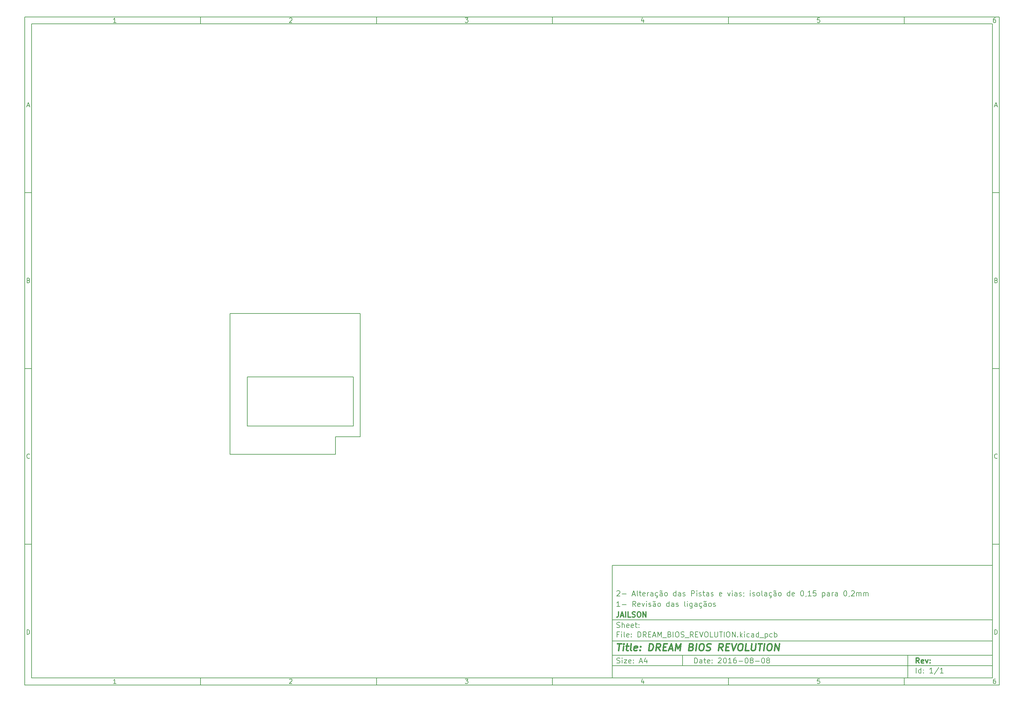
<source format=gbr>
G04 Output by CAMMaster V11.2.74  PentaLogix*
G04 Tue Aug 09 11:47:32 2016*
%FSLAX25Y25*%
%MOIN*%
%IPPOS*%
%ADD11C,0.005906*%
%ADD12C,0.011811*%
%ADD13C,0.015748*%
%ADD106C,0.007874*%

%LPD*%
X0Y0D2*D11*G1X288500Y-497500D2*X407000D1*Y-442500*X288500*Y-497500*X1027568Y-753965D2*Y-779556D1*X775599Y-753965D2*Y-765776D1*X983136Y-687739D2*Y-684646D1*X982855Y-684083*X982292Y-683802*X981448*X980886Y-684083*X980605Y-684646*Y-687739D2*Y-684646D1*X980324Y-684083*X979761Y-683802*X978918*X978355Y-684083*X978074Y-684365*Y-687739D2*Y-683802D1*X975262Y-687739D2*Y-684646D1*X974981Y-684083*X974418Y-683802*X973574*X973012Y-684083*X972731Y-684646*Y-687739D2*Y-684646D1*X972450Y-684083*X971887Y-683802*X971044*X970481Y-684083*X970200Y-684365*Y-687739D2*Y-683802D1*X967669Y-687739D2*X964013D1*X967388Y-684365*X967669Y-683521*Y-682959*X967388Y-682396*X967107Y-682115*X966544Y-681834*X965138*X964576Y-682115*X964294Y-682396*X961482Y-688583D2*X961763Y-688302D1*X962045Y-687739*Y-687458*X957264Y-681834D2*X956702Y-682115D1*X956420Y-682396*X956139Y-682959*X955858Y-684083*Y-685490*X956139Y-686614*X956420Y-687177*X956702Y-687458*X957264Y-687739*X957826*X958389Y-687458*X958670Y-687177*X958951Y-686614*X959233Y-685490*Y-684083*X958951Y-682959*X958670Y-682396*X958389Y-682115*X957826Y-681834*X957264*X948828Y-685208D2*X948265Y-685490D1*X946859*X946297Y-685771*X946015Y-686333*Y-686896*X946297Y-687458*X946859Y-687739*X948265*X948828Y-687458*X946297Y-684083D2*X946859Y-683802D1*X947984*X948546Y-684083*X948828Y-684646*Y-687739*X944328Y-683802D2*X943766D1*X943203Y-684083*X942922Y-684365*X942641Y-684927*Y-687739D2*Y-683802D1*X939829Y-685208D2*X939266Y-685490D1*X937860*X937298Y-685771*X937017Y-686333*Y-686896*X937298Y-687458*X937860Y-687739*X939266*X939829Y-687458*X937298Y-684083D2*X937860Y-683802D1*X938985*X939547Y-684083*X939829Y-684646*Y-687739*X931955Y-687458D2*X932517Y-687739D1*X933642*X934204Y-687458*X934486Y-687177*X934767Y-686614*Y-684927*X934486Y-684365*X934204Y-684083*X933642Y-683802*X932517*X931955Y-684083*Y-683802D2*Y-689708D1*X921550Y-687177D2*X921831Y-687458D1*X922393Y-687739*X923799*X924362Y-687458*X924643Y-687177*X924924Y-686614*Y-685208*X924643Y-684646*X924362Y-684365*X923799Y-684083*X922393*X921831Y-684365*X921550Y-684646*X921831Y-681834*X924643*X915925Y-683521D2*X916488Y-683240D1*X917050Y-682677*X917613Y-681834*Y-687739*X919300D2*X915925D1*X913113Y-688583D2*X913394Y-688302D1*X913676Y-687739*Y-687458*X908895Y-681834D2*X908333Y-682115D1*X908051Y-682396*X907770Y-682959*X907489Y-684083*Y-685490*X907770Y-686614*X908051Y-687177*X908333Y-687458*X908895Y-687739*X909457*X910020Y-687458*X910301Y-687177*X910582Y-686614*X910864Y-685490*Y-684083*X910582Y-682959*X910301Y-682396*X910020Y-682115*X909457Y-681834*X908895*X897928Y-685771D2*X900740Y-685208D1*Y-684646*X900459Y-684083*X899896Y-683802*X898771*X898209Y-684083*X897928Y-684646*Y-686896*X898209Y-687458*X898771Y-687739*X899896*X900459Y-687458*X895397Y-684083D2*X894834Y-683802D1*X893709*X893147Y-684083*X892866Y-684365*X892585Y-684927*Y-686614*X892866Y-687177*X893147Y-687458*X893709Y-687739*X894834*X895397Y-687458*Y-687739D2*Y-681834D1*X883867Y-687739D2*X884711D1*X885273Y-687458*X885554Y-687177*X885835Y-686614*Y-684927*X885554Y-684365*X885273Y-684083*X884711Y-683802*X883867*X883304Y-684083*X883023Y-684365*X882742Y-684927*Y-686614*X883023Y-687177*X883304Y-687458*X883867Y-687739*X880211Y-681834D2*X879930Y-682115D1*X879367Y-682396*X878243Y-681834*X877680Y-682115*X877399Y-682396*X880211Y-685208D2*X879649Y-685490D1*X878243*X877680Y-685771*X877399Y-686333*Y-686896*X877680Y-687458*X878243Y-687739*X879649*X880211Y-687458*X877680Y-684083D2*X878243Y-683802D1*X879367*X879930Y-684083*X880211Y-684646*Y-687739*X873181Y-689708D2*X874024D1*X874587Y-689427*X874868Y-688864*X874587Y-688302*X874024Y-688020*X875149Y-684083D2*X874587Y-683802D1*X873462*X872900Y-684083*X872618Y-684365*X872337Y-684927*Y-686614*X872618Y-687177*X872900Y-687458*X873462Y-687739*X874587*X875149Y-687458*X869806Y-685208D2*X869244Y-685490D1*X867838*X867275Y-685771*X866994Y-686333*Y-686896*X867275Y-687458*X867838Y-687739*X869244*X869806Y-687458*X867275Y-684083D2*X867838Y-683802D1*X868963*X869525Y-684083*X869806Y-684646*Y-687739*X864182Y-681834D2*Y-686896D1*X864463Y-687458*X865026Y-687739*X859682D2*X860526D1*X861089Y-687458*X861370Y-687177*X861651Y-686614*Y-684927*X861370Y-684365*X861089Y-684083*X860526Y-683802*X859682*X859120Y-684083*X858839Y-684365*X858558Y-684927*Y-686614*X858839Y-687177*X859120Y-687458*X859682Y-687739*X856027Y-684083D2*X855464Y-683802D1*X854621*X854058Y-684083*X853777Y-684646*Y-684927*X854058Y-685490*X854621Y-685771*X855464*X856027Y-686052*X856308Y-686614*Y-686896*X856027Y-687458*X855464Y-687739*X854339*X853777Y-687458*X851246Y-682396D2*Y-681834D1*X851527Y-682115*X851246Y-682396*X850965Y-682115*X851246Y-681834*Y-687739D2*Y-683802D1*X843934Y-684646D2*Y-684083D1*X843653Y-684365*X843934Y-684646*X844216Y-684365*X843934Y-684083*X843653Y-688583D2*X843934Y-688302D1*X844216Y-687739*Y-687458*X841122Y-684083D2*X840560Y-683802D1*X839716*X839154Y-684083*X838873Y-684646*Y-684927*X839154Y-685490*X839716Y-685771*X840560*X841122Y-686052*X841403Y-686614*Y-686896*X841122Y-687458*X840560Y-687739*X839435*X838873Y-687458*X836342Y-685208D2*X835779Y-685490D1*X834373*X833811Y-685771*X833529Y-686333*Y-686896*X833811Y-687458*X834373Y-687739*X835779*X836342Y-687458*X833811Y-684083D2*X834373Y-683802D1*X835498*X836060Y-684083*X836342Y-684646*Y-687739*X830999Y-682396D2*Y-681834D1*X831280Y-682115*X830999Y-682396*X830717Y-682115*X830999Y-681834*Y-687739D2*Y-683802D1*X828749D2*X827343Y-687739D1*X825937Y-683802*X816657Y-685771D2*X819469Y-685208D1*Y-684646*X819188Y-684083*X818625Y-683802*X817500*X816938Y-684083*X816657Y-684646*Y-686896*X816938Y-687458*X817500Y-687739*X818625*X819188Y-687458*X809626Y-684083D2*X809064Y-683802D1*X808220*X807658Y-684083*X807376Y-684646*Y-684927*X807658Y-685490*X808220Y-685771*X809064*X809626Y-686052*X809907Y-686614*Y-686896*X809626Y-687458*X809064Y-687739*X807939*X807376Y-687458*X804846Y-685208D2*X804283Y-685490D1*X802877*X802315Y-685771*X802033Y-686333*Y-686896*X802315Y-687458*X802877Y-687739*X804283*X804846Y-687458*X802315Y-684083D2*X802877Y-683802D1*X804002*X804564Y-684083*X804846Y-684646*Y-687739*X800346D2*X799784D1*X799221Y-687458*X798940Y-686896*Y-681834*X798096Y-683802D2*X800346D1*X796128Y-684083D2*X795565Y-683802D1*X794722*X794159Y-684083*X793878Y-684646*Y-684927*X794159Y-685490*X794722Y-685771*X795565*X796128Y-686052*X796409Y-686614*Y-686896*X796128Y-687458*X795565Y-687739*X794441*X793878Y-687458*X791347Y-682396D2*Y-681834D1*X791628Y-682115*X791347Y-682396*X791066Y-682115*X791347Y-681834*Y-687739D2*Y-683802D1*X785442Y-684927D2*X787691D1*X788254Y-684646*X788535Y-684365*X788816Y-683802*Y-682959*X788535Y-682396*X788254Y-682115*X787691Y-681834*X785442*Y-687739*X778130Y-684083D2*X777568Y-683802D1*X776724*X776162Y-684083*X775880Y-684646*Y-684927*X776162Y-685490*X776724Y-685771*X777568*X778130Y-686052*X778411Y-686614*Y-686896*X778130Y-687458*X777568Y-687739*X776443*X775880Y-687458*X773349Y-685208D2*X772787Y-685490D1*X771381*X770819Y-685771*X770537Y-686333*Y-686896*X770819Y-687458*X771381Y-687739*X772787*X773349Y-687458*X770819Y-684083D2*X771381Y-683802D1*X772506*X773068Y-684083*X773349Y-684646*Y-687739*X768006Y-684083D2*X767444Y-683802D1*X766319*X765757Y-684083*X765475Y-684365*X765194Y-684927*Y-686614*X765475Y-687177*X765757Y-687458*X766319Y-687739*X767444*X768006Y-687458*Y-687739D2*Y-681834D1*X756477Y-687739D2*X757320D1*X757883Y-687458*X758164Y-687177*X758445Y-686614*Y-684927*X758164Y-684365*X757883Y-684083*X757320Y-683802*X756477*X755914Y-684083*X755633Y-684365*X755352Y-684927*Y-686614*X755633Y-687177*X755914Y-687458*X756477Y-687739*X752821Y-681834D2*X752540Y-682115D1*X751977Y-682396*X750852Y-681834*X750290Y-682115*X750009Y-682396*X752821Y-685208D2*X752258Y-685490D1*X750852*X750290Y-685771*X750009Y-686333*Y-686896*X750290Y-687458*X750852Y-687739*X752258*X752821Y-687458*X750290Y-684083D2*X750852Y-683802D1*X751977*X752540Y-684083*X752821Y-684646*Y-687739*X745790Y-689708D2*X746634D1*X747196Y-689427*X747478Y-688864*X747196Y-688302*X746634Y-688020*X747759Y-684083D2*X747196Y-683802D1*X746072*X745509Y-684083*X745228Y-684365*X744947Y-684927*Y-686614*X745228Y-687177*X745509Y-687458*X746072Y-687739*X747196*X747759Y-687458*X742416Y-685208D2*X741853Y-685490D1*X740447*X739885Y-685771*X739604Y-686333*Y-686896*X739885Y-687458*X740447Y-687739*X741853*X742416Y-687458*X739885Y-684083D2*X740447Y-683802D1*X741572*X742135Y-684083*X742416Y-684646*Y-687739*X737916Y-683802D2*X737354D1*X736792Y-684083*X736510Y-684365*X736229Y-684927*Y-687739D2*Y-683802D1*X730886Y-685771D2*X733698Y-685208D1*Y-684646*X733417Y-684083*X732855Y-683802*X731730*X731167Y-684083*X730886Y-684646*Y-686896*X731167Y-687458*X731730Y-687739*X732855*X733417Y-687458*X729199Y-687739D2*X728636D1*X728074Y-687458*X727793Y-686896*Y-681834*X726949Y-683802D2*X729199D1*X724699Y-681834D2*Y-686896D1*X724981Y-687458*X725543Y-687739*X722731D2*X720762Y-681834D1*X718794Y-687739*X719356Y-686052D2*X722168D1*X707826Y-685490D2*X712326D1*X705296Y-687739D2*X701640D1*X705014Y-684365*X705296Y-683521*Y-682959*X705014Y-682396*X704733Y-682115*X704171Y-681834*X702765*X702202Y-682115*X701921Y-682396*X812157Y-695894D2*X811595Y-695613D1*X810751*X810189Y-695894*X809907Y-696457*Y-696738*X810189Y-697301*X810751Y-697582*X811595*X812157Y-697863*X812438Y-698425*Y-698707*X812157Y-699269*X811595Y-699550*X810470*X809907Y-699269*X805689Y-699550D2*X806533D1*X807095Y-699269*X807376Y-698988*X807658Y-698425*Y-696738*X807376Y-696176*X807095Y-695894*X806533Y-695613*X805689*X805127Y-695894*X804846Y-696176*X804564Y-696738*Y-698425*X804846Y-698988*X805127Y-699269*X805689Y-699550*X802033Y-693645D2*X801752Y-693926D1*X801190Y-694207*X800065Y-693645*X799502Y-693926*X799221Y-694207*X802033Y-697019D2*X801471Y-697301D1*X800065*X799502Y-697582*X799221Y-698144*Y-698707*X799502Y-699269*X800065Y-699550*X801471*X802033Y-699269*X799502Y-695894D2*X800065Y-695613D1*X801190*X801752Y-695894*X802033Y-696457*Y-699550*X795003Y-701519D2*X795847D1*X796409Y-701238*X796690Y-700675*X796409Y-700113*X795847Y-699831*X796972Y-695894D2*X796409Y-695613D1*X795284*X794722Y-695894*X794441Y-696176*X794159Y-696738*Y-698425*X794441Y-698988*X794722Y-699269*X795284Y-699550*X796409*X796972Y-699269*X791628Y-697019D2*X791066Y-697301D1*X789660*X789098Y-697582*X788816Y-698144*Y-698707*X789098Y-699269*X789660Y-699550*X791066*X791628Y-699269*X789098Y-695894D2*X789660Y-695613D1*X790785*X791347Y-695894*X791628Y-696457*Y-699550*X786285Y-695894D2*X785723Y-695613D1*X784598*X784036Y-695894*X783754Y-696176*X783473Y-696738*Y-698425*X783754Y-698988*X784036Y-699269*X784598Y-699550*X785723*X786285Y-699269*X783754Y-701238D2*X784317Y-701519D1*X785161*X785723Y-701238*X786004Y-700956*X786285Y-700394*Y-695613*X780942Y-694207D2*Y-693645D1*X781224Y-693926*X780942Y-694207*X780661Y-693926*X780942Y-693645*Y-699550D2*Y-695613D1*X777849Y-693645D2*Y-698707D1*X778130Y-699269*X778693Y-699550*X770537Y-695894D2*X769975Y-695613D1*X769131*X768569Y-695894*X768288Y-696457*Y-696738*X768569Y-697301*X769131Y-697582*X769975*X770537Y-697863*X770819Y-698425*Y-698707*X770537Y-699269*X769975Y-699550*X768850*X768288Y-699269*X765757Y-697019D2*X765194Y-697301D1*X763788*X763226Y-697582*X762945Y-698144*Y-698707*X763226Y-699269*X763788Y-699550*X765194*X765757Y-699269*X763226Y-695894D2*X763788Y-695613D1*X764913*X765475Y-695894*X765757Y-696457*Y-699550*X760414Y-695894D2*X759851Y-695613D1*X758726*X758164Y-695894*X757883Y-696176*X757601Y-696738*Y-698425*X757883Y-698988*X758164Y-699269*X758726Y-699550*X759851*X760414Y-699269*Y-699550D2*Y-693645D1*X748884Y-699550D2*X749727D1*X750290Y-699269*X750571Y-698988*X750852Y-698425*Y-696738*X750571Y-696176*X750290Y-695894*X749727Y-695613*X748884*X748321Y-695894*X748040Y-696176*X747759Y-696738*Y-698425*X748040Y-698988*X748321Y-699269*X748884Y-699550*X745228Y-693645D2*X744947Y-693926D1*X744384Y-694207*X743259Y-693645*X742697Y-693926*X742416Y-694207*X745228Y-697019D2*X744666Y-697301D1*X743259*X742697Y-697582*X742416Y-698144*Y-698707*X742697Y-699269*X743259Y-699550*X744666*X745228Y-699269*X742697Y-695894D2*X743259Y-695613D1*X744384*X744947Y-695894*X745228Y-696457*Y-699550*X739885Y-695894D2*X739322Y-695613D1*X738479*X737916Y-695894*X737635Y-696457*Y-696738*X737916Y-697301*X738479Y-697582*X739322*X739885Y-697863*X740166Y-698425*Y-698707*X739885Y-699269*X739322Y-699550*X738198*X737635Y-699269*X735104Y-694207D2*Y-693645D1*X735385Y-693926*X735104Y-694207*X734823Y-693926*X735104Y-693645*Y-699550D2*Y-695613D1*X732855D2*X731448Y-699550D1*X730042Y-695613*X725262Y-697582D2*X728074Y-697019D1*Y-696457*X727793Y-695894*X727230Y-695613*X726105*X725543Y-695894*X725262Y-696457*Y-698707*X725543Y-699269*X726105Y-699550*X727230*X727793Y-699269*X719637Y-696738D2*X721887D1*X722450Y-696457*X722731Y-696176*X723012Y-695613*Y-694770*X722731Y-694207*X722450Y-693926*X721887Y-693645*X719637*Y-699550*X723012D2*X721044Y-696738D1*X707826Y-697301D2*X712326D1*X701921Y-695332D2*X702483Y-695051D1*X703046Y-694488*X703608Y-693645*Y-699550*X705296D2*X701921D1*X726668Y-720079D2*Y-719517D1*X726387Y-719798*X726668Y-720079*X726949Y-719798*X726668Y-719517*Y-723172D2*Y-722610D1*X726387Y-722891*X726668Y-723172*X726949Y-722891*X726668Y-722610*X724699Y-723172D2*X724137D1*X723574Y-722891*X723293Y-722329*Y-717267*X722450Y-719235D2*X724699D1*X717950Y-721204D2*X720762Y-720641D1*Y-720079*X720481Y-719517*X719919Y-719235*X718794*X718231Y-719517*X717950Y-720079*Y-722329*X718231Y-722891*X718794Y-723172*X719919*X720481Y-722891*X712888Y-721204D2*X715700Y-720641D1*Y-720079*X715419Y-719517*X714857Y-719235*X713732*X713170Y-719517*X712888Y-720079*Y-722329*X713170Y-722891*X713732Y-723172*X714857*X715419Y-722891*X707826Y-719798D2*X708108Y-719517D1*X708670Y-719235*X709514*X710076Y-719517*X710357Y-720079*Y-723172*X707826D2*Y-717267D1*X705296Y-717548D2*X704452Y-717267D1*X703046*X702483Y-717548*X702202Y-717829*X701921Y-718392*Y-718954*X702202Y-719517*X702483Y-719798*X703046Y-720079*X704171Y-720360*X704733Y-720641*X705014Y-720923*X705296Y-721485*Y-722047*X705014Y-722610*X704733Y-722891*X704171Y-723172*X702765*X701921Y-722891*X696859Y-714595D2*X1122056D1*X878243Y-733521D2*X878805Y-733802D1*X879930*X880492Y-733521*X880774Y-733240*X881055Y-732677*Y-730990*X880774Y-730428*X880492Y-730146*X879930Y-729865*X878805*X878243Y-730146*Y-733802D2*Y-727897D1*X875712Y-730146D2*X875149Y-729865D1*X874024*X873462Y-730146*X873181Y-730428*X872900Y-730990*Y-732677*X873181Y-733240*X873462Y-733521*X874024Y-733802*X875149*X875712Y-733521*X867838D2*X868400Y-733802D1*X869525*X870087Y-733521*X870369Y-733240*X870650Y-732677*Y-730990*X870369Y-730428*X870087Y-730146*X869525Y-729865*X868400*X867838Y-730146*Y-729865D2*Y-735771D1*X861932Y-734365D2*X866432D1*X860526Y-730146D2*X859964Y-729865D1*X858839*X858276Y-730146*X857995Y-730428*X857714Y-730990*Y-732677*X857995Y-733240*X858276Y-733521*X858839Y-733802*X859964*X860526Y-733521*Y-733802D2*Y-727897D1*X855183Y-731271D2*X854621Y-731553D1*X853215*X852652Y-731834*X852371Y-732396*Y-732959*X852652Y-733521*X853215Y-733802*X854621*X855183Y-733521*X852652Y-730146D2*X853215Y-729865D1*X854339*X854902Y-730146*X855183Y-730709*Y-733802*X850121Y-730146D2*X849559Y-729865D1*X848434*X847871Y-730146*X847590Y-730428*X847309Y-730990*Y-732677*X847590Y-733240*X847871Y-733521*X848434Y-733802*X849559*X850121Y-733521*X844778Y-728459D2*Y-727897D1*X845059Y-728178*X844778Y-728459*X844497Y-728178*X844778Y-727897*Y-733802D2*Y-729865D1*X842247D2*X839997Y-732115D1*X840560Y-731553D2*X842247Y-733802D1*X839997D2*Y-727897D1*X837185Y-733802D2*Y-733240D1*X836904Y-733521*X837185Y-733802*X837466Y-733521*X837185Y-733240*X834373Y-727897D2*Y-733802D1*X830999Y-727897*Y-733802*X825937Y-727897D2*X825374Y-728178D1*X824812Y-728740*X824531Y-729865*Y-731834*X824812Y-732959*X825374Y-733521*X825937Y-733802*X827062*X827624Y-733521*X828186Y-732959*X828468Y-731834*Y-729865*X828186Y-728740*X827624Y-728178*X827062Y-727897*X825937*X822000Y-733802D2*Y-727897D1*X818344Y-733802D2*Y-727897D1*X816657D2*X820031D1*X814688D2*Y-732677D1*X814407Y-733240*X814126Y-733521*X813563Y-733802*X812438*X811876Y-733521*X811595Y-733240*X811314Y-732677*Y-727897*X806533D2*Y-733802D1*X809345*X801471Y-727897D2*X800909Y-728178D1*X800346Y-728740*X800065Y-729865*Y-731834*X800346Y-732959*X800909Y-733521*X801471Y-733802*X802596*X803158Y-733521*X803721Y-732959*X804002Y-731834*Y-729865*X803721Y-728740*X803158Y-728178*X802596Y-727897*X801471*X798378D2*X796409Y-733802D1*X794441Y-727897*X792753D2*X789941D1*Y-733802*X792753*X789941Y-730709D2*X791910D1*X784036Y-730990D2*X786285D1*X786848Y-730709*X787129Y-730428*X787410Y-729865*Y-729022*X787129Y-728459*X786848Y-728178*X786285Y-727897*X784036*Y-733802*X787410D2*X785442Y-730990D1*X778130Y-734365D2*X782630D1*X777005Y-728178D2*X776162Y-727897D1*X774756*X774193Y-728178*X773912Y-728459*X773631Y-729022*Y-729584*X773912Y-730146*X774193Y-730428*X774756Y-730709*X775880Y-730990*X776443Y-731271*X776724Y-731553*X777005Y-732115*Y-732677*X776724Y-733240*X776443Y-733521*X775880Y-733802*X774474*X773631Y-733521*X768850Y-727897D2*X768288Y-728178D1*X767725Y-728740*X767444Y-729865*Y-731834*X767725Y-732959*X768288Y-733521*X768850Y-733802*X769975*X770537Y-733521*X771100Y-732959*X771381Y-731834*Y-729865*X771100Y-728740*X770537Y-728178*X769975Y-727897*X768850*X764913Y-733802D2*Y-727897D1*X759008Y-730709D2*X760976D1*X761538Y-730428*X761820Y-730146*X762101Y-729584*Y-729022*X761820Y-728459*X761538Y-728178*X760976Y-727897*X759008*Y-733802*X761257*X761820Y-733521*X762101Y-733240*X762382Y-732677*Y-731834*X762101Y-731271*X761820Y-730990*X760976Y-730709*X753102Y-734365D2*X757601D1*X751696Y-733802D2*Y-727897D1*X749727Y-732115*X747759Y-727897*Y-733802*X745790D2*X743822Y-727897D1*X741853Y-733802*X742416Y-732115D2*X745228D1*X740166Y-727897D2*X737354D1*Y-733802*X740166*X737354Y-730709D2*X739322D1*X731448Y-730990D2*X733698D1*X734261Y-730709*X734542Y-730428*X734823Y-729865*Y-729022*X734542Y-728459*X734261Y-728178*X733698Y-727897*X731448*Y-733802*X734823D2*X732855Y-730990D1*X725543Y-733802D2*X726949D1*X727793Y-733521*X728355Y-732959*X728636Y-732396*X728918Y-731271*Y-730428*X728636Y-729303*X728355Y-728740*X727793Y-728178*X726949Y-727897*X725543*Y-733802*X718231Y-730709D2*Y-730146D1*X717950Y-730428*X718231Y-730709*X718513Y-730428*X718231Y-730146*Y-733802D2*Y-733240D1*X717950Y-733521*X718231Y-733802*X718513Y-733521*X718231Y-733240*X712888Y-731834D2*X715700Y-731271D1*Y-730709*X715419Y-730146*X714857Y-729865*X713732*X713170Y-730146*X712888Y-730709*Y-732959*X713170Y-733521*X713732Y-733802*X714857*X715419Y-733521*X710076Y-727897D2*Y-732959D1*X710357Y-733521*X710920Y-733802*X707264Y-728459D2*Y-727897D1*X707545Y-728178*X707264Y-728459*X706983Y-728178*X707264Y-727897*Y-733802D2*Y-729865D1*X705014Y-727897D2*X702202D1*Y-733802*X704171Y-730709D2*X702202D1*X696859Y-738217D2*X1122056D1*X1063844Y-769741D2*X1064407Y-769460D1*X1064969Y-768898*X1065532Y-768054*Y-773960*X1067219D2*X1063844D1*X1062157Y-767773D2*X1057095Y-775366D1*X1052033Y-769741D2*X1052596Y-769460D1*X1053158Y-768898*X1053721Y-768054*Y-773960*X1055408D2*X1052033D1*X1045003Y-770866D2*Y-770304D1*X1044722Y-770585*X1045003Y-770866*X1045284Y-770585*X1045003Y-770304*Y-773960D2*Y-773397D1*X1044722Y-773679*X1045003Y-773960*X1045284Y-773679*X1045003Y-773397*X1042191Y-770304D2*X1041628Y-770023D1*X1040504*X1039941Y-770304*X1039660Y-770585*X1039379Y-771148*Y-772835*X1039660Y-773397*X1039941Y-773679*X1040504Y-773960*X1041628*X1042191Y-773679*Y-773960D2*Y-768054D1*X1036848Y-773960D2*Y-768054D1*X736229Y-760968D2*X732573D1*X733979Y-756749*X735385Y-758999D2*Y-762936D1*X730886D2*X728918Y-757031D1*X726949Y-762936*X727511Y-761249D2*X730324D1*X720481Y-759843D2*Y-759280D1*X720200Y-759562*X720481Y-759843*X720762Y-759562*X720481Y-759280*Y-762936D2*Y-762374D1*X720200Y-762655*X720481Y-762936*X720762Y-762655*X720481Y-762374*X715138Y-760968D2*X717950Y-760405D1*Y-759843*X717669Y-759280*X717107Y-758999*X715982*X715419Y-759280*X715138Y-759843*Y-762092*X715419Y-762655*X715982Y-762936*X717107*X717669Y-762655*X713170Y-762936D2*X710076D1*X713170Y-758999*X710076*X707826Y-757593D2*Y-757031D1*X708108Y-757312*X707826Y-757593*X707545Y-757312*X707826Y-757031*Y-762936D2*Y-758999D1*X705296Y-757312D2*X704452Y-757031D1*X703046*X702483Y-757312*X702202Y-757593*X701921Y-758155*Y-758718*X702202Y-759280*X702483Y-759562*X703046Y-759843*X704171Y-760124*X704733Y-760405*X705014Y-760686*X705296Y-761249*Y-761811*X705014Y-762374*X704733Y-762655*X704171Y-762936*X702765*X701921Y-762655*X696859Y-753965D2*X1122056D1*X696859Y-765776D2*X1122056D1*X871775Y-759562D2*X872337Y-759843D1*X872618Y-760124*X872900Y-760686*Y-761811*X872618Y-762374*X872337Y-762655*X871775Y-762936*X870650*X870087Y-762655*X869806Y-762374*X869525Y-761811*Y-760686*X869806Y-760124*X870087Y-759843*X870650Y-759562*X871775*X872337Y-759280*X872618Y-758999*X872900Y-758437*Y-758155*X872618Y-757593*X872337Y-757312*X871775Y-757031*X870650*X870087Y-757312*X869806Y-757593*X869525Y-758155*Y-758437*X869806Y-758999*X870087Y-759280*X870650Y-759562*X865307Y-757031D2*X864744Y-757312D1*X864463Y-757593*X864182Y-758155*X863901Y-759280*Y-760686*X864182Y-761811*X864463Y-762374*X864744Y-762655*X865307Y-762936*X865869*X866432Y-762655*X866713Y-762374*X866994Y-761811*X867275Y-760686*Y-759280*X866994Y-758155*X866713Y-757593*X866432Y-757312*X865869Y-757031*X865307*X856870Y-760686D2*X861370D1*X853214Y-759562D2*X853777Y-759843D1*X854058Y-760124*X854339Y-760686*Y-761811*X854058Y-762374*X853777Y-762655*X853214Y-762936*X852090*X851527Y-762655*X851246Y-762374*X850965Y-761811*Y-760686*X851246Y-760124*X851527Y-759843*X852090Y-759562*X853214*X853777Y-759280*X854058Y-758999*X854339Y-758437*Y-758155*X854058Y-757593*X853777Y-757312*X853214Y-757031*X852090*X851527Y-757312*X851246Y-757593*X850965Y-758155*Y-758437*X851246Y-758999*X851527Y-759280*X852090Y-759562*X846747Y-757031D2*X846184Y-757312D1*X845903Y-757593*X845622Y-758155*X845340Y-759280*Y-760686*X845622Y-761811*X845903Y-762374*X846184Y-762655*X846747Y-762936*X847309*X847871Y-762655*X848153Y-762374*X848434Y-761811*X848715Y-760686*Y-759280*X848434Y-758155*X848153Y-757593*X847871Y-757312*X847309Y-757031*X846747*X838310Y-760686D2*X842810D1*X832405Y-760405D2*X832686Y-759843D1*X832967Y-759562*X833529Y-759280*X834654*X835217Y-759562*X835498Y-759843*X835779Y-760405*Y-761811*X835498Y-762374*X835217Y-762655*X834654Y-762936*X833529*X832967Y-762655*X832686Y-762374*X832405Y-761811*Y-759562*X832686Y-758437*X833248Y-757593*X833529Y-757312*X834092Y-757031*X835217*X826780Y-758718D2*X827343Y-758437D1*X827905Y-757874*X828468Y-757031*Y-762936*X830155D2*X826780D1*X822562Y-757031D2*X822000Y-757312D1*X821718Y-757593*X821437Y-758155*X821156Y-759280*Y-760686*X821437Y-761811*X821718Y-762374*X822000Y-762655*X822562Y-762936*X823125*X823687Y-762655*X823968Y-762374*X824249Y-761811*X824531Y-760686*Y-759280*X824249Y-758155*X823968Y-757593*X823687Y-757312*X823125Y-757031*X822562*X818906Y-762936D2*X815251D1*X818625Y-759562*X818906Y-758718*Y-758155*X818625Y-757593*X818344Y-757312*X817781Y-757031*X816375*X815813Y-757312*X815532Y-757593*X808501Y-759843D2*Y-759280D1*X808220Y-759562*X808501Y-759843*X808783Y-759562*X808501Y-759280*Y-762936D2*Y-762374D1*X808220Y-762655*X808501Y-762936*X808783Y-762655*X808501Y-762374*X803158Y-760968D2*X805970Y-760405D1*Y-759843*X805689Y-759280*X805127Y-758999*X804002*X803439Y-759280*X803158Y-759843*Y-762092*X803439Y-762655*X804002Y-762936*X805127*X805689Y-762655*X801471Y-762936D2*X800909D1*X800346Y-762655*X800065Y-762092*Y-757031*X799221Y-758999D2*X801471D1*X797253Y-760405D2*X796690Y-760686D1*X795284*X794722Y-760968*X794441Y-761530*Y-762092*X794722Y-762655*X795284Y-762936*X796690*X797253Y-762655*X794722Y-759280D2*X795284Y-758999D1*X796409*X796972Y-759280*X797253Y-759843*Y-762936*X788816D2*X790222D1*X791066Y-762655*X791628Y-762092*X791910Y-761530*X792191Y-760405*Y-759562*X791910Y-758437*X791628Y-757874*X791066Y-757312*X790222Y-757031*X788816*Y-762936*X1124652Y-730662D2*X1125871D1*X1126602Y-730418*X1127090Y-729931*X1127333Y-729443*X1127577Y-728468*Y-727737*X1127333Y-726762*X1127090Y-726275*X1126602Y-725787*X1125871Y-725544*X1124652*Y-730662*X1127577Y-529181D2*X1127333Y-528937D1*X1126602Y-528693*X1126115*X1125384Y-528937*X1124896Y-529424*X1124652Y-529912*X1124409Y-530887*Y-531618*X1124652Y-532593*X1124896Y-533080*X1125384Y-533568*X1126115Y-533811*X1126602*X1127333Y-533568*X1127577Y-533324*X1124652Y-334280D2*X1126359D1*X1126846Y-334036*X1127090Y-333793*X1127333Y-333305*Y-332818*X1127090Y-332330*X1126846Y-332087*X1126359Y-331843*X1124652*Y-336961*X1126602*X1127090Y-336717*X1127333Y-336474*X1127577Y-335986*Y-335255*X1127333Y-334768*X1127090Y-334524*X1126359Y-334280*X1127699Y-140111D2*X1125993Y-134993D1*X1124287Y-140111*X1124774Y-138648D2*X1127211D1*X1129930Y-629921D2*X1122056D1*X1129930Y-433071D2*X1122056D1*X1129930Y-236220D2*X1122056D1*X41967Y-730662D2*X43185D1*X43916Y-730418*X44404Y-729931*X44648Y-729443*X44891Y-728468*Y-727737*X44648Y-726762*X44404Y-726275*X43916Y-725787*X43185Y-725544*X41967*Y-730662*X44891Y-529181D2*X44648Y-528937D1*X43916Y-528693*X43429*X42698Y-528937*X42210Y-529424*X41967Y-529912*X41723Y-530887*Y-531618*X41967Y-532593*X42210Y-533080*X42698Y-533568*X43429Y-533811*X43916*X44648Y-533568*X44891Y-533324*X41967Y-334280D2*X43673D1*X44160Y-334036*X44404Y-333793*X44648Y-333305*Y-332818*X44404Y-332330*X44160Y-332087*X43673Y-331843*X41967*Y-336961*X43916*X44404Y-336717*X44648Y-336474*X44891Y-335986*Y-335255*X44648Y-334768*X44404Y-334524*X43673Y-334280*X45013Y-140111D2*X43307Y-134993D1*X41601Y-140111*X42089Y-138648D2*X44526D1*X39370Y-629921D2*X47244D1*X39370Y-433071D2*X47244D1*X39370Y-236220D2*X47244D1*X1123022Y-783615D2*X1123266Y-783127D1*X1123510Y-782884*X1123997Y-782640*X1124972*X1125459Y-782884*X1125703Y-783127*X1125947Y-783615*Y-784833*X1125703Y-785321*X1125459Y-785565*X1124972Y-785808*X1123997*X1123510Y-785565*X1123266Y-785321*X1123022Y-784833*Y-782884*X1123266Y-781909*X1123753Y-781178*X1123997Y-780934*X1124484Y-780690*X1125459*X926172Y-785321D2*X926415Y-785565D1*X926903Y-785808*X928121*X928609Y-785565*X928853Y-785321*X929096Y-784833*Y-783615*X928853Y-783127*X928609Y-782884*X928121Y-782640*X926903*X926415Y-782884*X926172Y-783127*X926415Y-780690*X928853*X732490Y-784102D2*X729321D1*X730540Y-780446*X731759Y-782396D2*Y-785808D1*X532227Y-785321D2*X532471Y-785565D1*X532958Y-785808*X534421*X534908Y-785565*X535152Y-785321*X535396Y-784833*Y-783615*X535152Y-783127*X534908Y-782884*X534421Y-782640*X533690*X535396Y-780690*X532227*X338545Y-785808D2*X335377D1*X338301Y-782884*X338545Y-782152*Y-781665*X338301Y-781178*X338058Y-780934*X337570Y-780690*X336352*X335864Y-780934*X335621Y-781178*X138770Y-782152D2*X139258Y-781909D1*X139745Y-781421*X140232Y-780690*Y-785808*X141695D2*X138770D1*X1023622Y-779556D2*Y-787430D1*X826772Y-779556D2*Y-787430D1*X629921Y-779556D2*Y-787430D1*X433071Y-779556D2*Y-787430D1*X236220Y-779556D2*Y-787430D1*X1123022Y-43429D2*X1123266Y-42941D1*X1123510Y-42698*X1123997Y-42454*X1124972*X1125459Y-42698*X1125703Y-42941*X1125947Y-43429*Y-44648*X1125703Y-45135*X1125459Y-45379*X1124972Y-45622*X1123997*X1123510Y-45379*X1123266Y-45135*X1123022Y-44648*Y-42698*X1123266Y-41723*X1123753Y-40992*X1123997Y-40748*X1124484Y-40504*X1125459*X926172Y-45135D2*X926415Y-45379D1*X926903Y-45622*X928121*X928609Y-45379*X928853Y-45135*X929096Y-44648*Y-43429*X928853Y-42941*X928609Y-42698*X928121Y-42454*X926903*X926415Y-42698*X926172Y-42941*X926415Y-40504*X928853*X732490Y-43916D2*X729321D1*X730540Y-40261*X731759Y-42210D2*Y-45622D1*X532227Y-45135D2*X532471Y-45379D1*X532958Y-45622*X534421*X534908Y-45379*X535152Y-45135*X535396Y-44648*Y-43429*X535152Y-42941*X534908Y-42698*X534421Y-42454*X533690*X535396Y-40504*X532227*X338545Y-45622D2*X335377D1*X338301Y-42698*X338545Y-41967*Y-41479*X338301Y-40992*X338058Y-40748*X337570Y-40504*X336352*X335864Y-40748*X335621Y-40992*X138770Y-41967D2*X139258Y-41723D1*X139745Y-41235*X140232Y-40504*Y-45622*X141695D2*X138770D1*X1023622Y-47244D2*Y-39370D1*X826772Y-47244D2*Y-39370D1*X629921Y-47244D2*Y-39370D1*X433071Y-47244D2*Y-39370D1*X236220Y-47244D2*Y-39370D1*X47244Y-47244D2*X1122056D1*Y-779556*X47244*Y-47244*X39370Y-39370D2*X1129930D1*Y-787430*X39370*Y-39370*X696859Y-653572D2*X1122056D1*Y-779556*X696859*Y-653572*D12*X734542Y-705456D2*Y-711361D1*X731167Y-705456*Y-711361*X726105Y-705456D2*X725543Y-705737D1*X724981Y-706299*X724699Y-707424*Y-709393*X724981Y-710518*X725543Y-711080*X726105Y-711361*X727230*X727793Y-711080*X728355Y-710518*X728636Y-709393*Y-707424*X728355Y-706299*X727793Y-705737*X727230Y-705456*X726105*X722450Y-705737D2*X721606Y-705456D1*X720200*X719637Y-705737*X719356Y-706018*X719075Y-706581*Y-707143*X719356Y-707706*X719637Y-707987*X720200Y-708268*X721325Y-708549*X721887Y-708830*X722168Y-709112*X722450Y-709674*Y-710236*X722168Y-710799*X721887Y-711080*X721325Y-711361*X719919*X719075Y-711080*X714576Y-705456D2*Y-711361D1*X717388*X711763D2*Y-705456D1*X709795Y-711361D2*X707826Y-705456D1*X705858Y-711361*X706420Y-709674D2*X709233D1*X701640Y-711361D2*X702202D1*X703046Y-711080*X703608Y-710518*X703889Y-709674*Y-705456*X1052315Y-759843D2*Y-759280D1*X1052033Y-759562*X1052315Y-759843*X1052596Y-759562*X1052315Y-759280*Y-762936D2*Y-762374D1*X1052033Y-762655*X1052315Y-762936*X1052596Y-762655*X1052315Y-762374*X1050065Y-758999D2*X1048659Y-762936D1*X1047253Y-758999*X1042472Y-760968D2*X1045284Y-760405D1*Y-759843*X1045003Y-759280*X1044441Y-758999*X1043316*X1042753Y-759280*X1042472Y-759843*Y-762092*X1042753Y-762655*X1043316Y-762936*X1044441*X1045003Y-762655*X1036848Y-760124D2*X1039098D1*X1039660Y-759843*X1039941Y-759562*X1040222Y-758999*Y-758155*X1039941Y-757593*X1039660Y-757312*X1039098Y-757031*X1036848*Y-762936*X1040222D2*X1038254Y-760124D1*D13*X883679Y-740992D2*X882695Y-748866D1*X879180Y-740992*X878196Y-748866*X872431Y-740992D2*X871634Y-741367D1*X870790Y-742117*X870228Y-743617*X869900Y-746241*X870087Y-747741*X870744Y-748491*X871447Y-748866*X872946*X873743Y-748491*X874587Y-747741*X875149Y-746241*X875477Y-743617*X875290Y-742117*X874634Y-741367*X873931Y-740992*X872431*X866197Y-748866D2*X867182Y-740992D1*X861323Y-748866D2*X862307Y-740992D1*X860057D2*X864557D1*X857433D2*X856636Y-747366D1*X856167Y-748116*X855745Y-748491*X854949Y-748866*X853449*X852746Y-748491*X852418Y-748116*X852137Y-747366*X852933Y-740992*X846559D2*X845575Y-748866D1*X849324*X839810Y-740992D2*X839013Y-741367D1*X838170Y-742117*X837607Y-743617*X837279Y-746241*X837466Y-747741*X838123Y-748491*X838826Y-748866*X840326*X841122Y-748491*X841966Y-747741*X842528Y-746241*X842856Y-743617*X842669Y-742117*X842013Y-741367*X841310Y-740992*X839810*X835685D2*X832077Y-748866D1*X830436Y-740992*X828186D2*X824437D1*X823453Y-748866*X827202*X823968Y-744741D2*X826593D1*X816047Y-745116D2*X819047D1*X819844Y-744741*X820266Y-744367*X820734Y-743617*X820875Y-742492*X820594Y-741742*X820266Y-741367*X819562Y-740992*X816563*X815579Y-748866*X820078D2*X817922Y-745116D1*X807142Y-741367D2*X806064Y-740992D1*X804189*X803393Y-741367*X802971Y-741742*X802502Y-742492*X802408Y-743242*X802690Y-743992*X803018Y-744367*X803721Y-744741*X805174Y-745116*X805877Y-745491*X806205Y-745866*X806486Y-746616*X806392Y-747366*X805924Y-748116*X805502Y-748491*X804705Y-748866*X802830*X801752Y-748491*X796315Y-740992D2*X795519Y-741367D1*X794675Y-742117*X794113Y-743617*X793784Y-746241*X793972Y-747741*X794628Y-748491*X795331Y-748866*X796831*X797628Y-748491*X798471Y-747741*X799034Y-746241*X799362Y-743617*X799174Y-742117*X798518Y-741367*X797815Y-740992*X796315*X790082Y-748866D2*X791066Y-740992D1*X782723Y-744741D2*X785348D1*X786145Y-744367*X786567Y-743992*X787035Y-743242*X787129Y-742492*X786848Y-741742*X786520Y-741367*X785817Y-740992*X783192*X782208Y-748866*X785207*X786004Y-748491*X786426Y-748116*X786895Y-747366*X787035Y-746241*X786754Y-745491*X786426Y-745116*X785348Y-744741*X772459Y-748866D2*X773443Y-740992D1*X770116Y-746616*X768194Y-740992*X767210Y-748866*X764585D2*X762945Y-740992D1*X759336Y-748866*X760367Y-746616D2*X764116D1*X758070Y-740992D2*X754321D1*X753336Y-748866*X757086*X753852Y-744741D2*X756477D1*X745931Y-745116D2*X748931D1*X749727Y-744741*X750149Y-744367*X750618Y-743617*X750759Y-742492*X750477Y-741742*X750149Y-741367*X749446Y-740992*X746447*X745462Y-748866*X749962D2*X747806Y-745116D1*X737588Y-748866D2*X739463D1*X740635Y-748491*X741478Y-747741*X741947Y-746991*X742510Y-745491*X742650Y-744367*X742463Y-742867*X742182Y-742117*X741525Y-741367*X740447Y-740992*X738573*X737588Y-748866*X728355Y-744741D2*X728449Y-743992D1*X728027Y-744367*X728355Y-744741*X728777Y-744367*X728449Y-743992*X727840Y-748866D2*X727933Y-748116D1*X727511Y-748491*X727840Y-748866*X728261Y-748491*X727933Y-748116*X721044Y-746241D2*X724887Y-745491D1*X724981Y-744741*X724699Y-743992*X723996Y-743617*X722496*X721700Y-743992*X721231Y-744741*X720856Y-747741*X721137Y-748491*X721840Y-748866*X723340*X724137Y-748491*X717950Y-740992D2*X717107Y-747741D1*X717388Y-748491*X718091Y-748866*X714341D2*X713591D1*X712888Y-748491*X712607Y-747741*X713451Y-740992*X711998Y-743617D2*X714997D1*X709607Y-741742D2*X709701Y-740992D1*X710029Y-741367*X709607Y-741742*X709279Y-741367*X709701Y-740992*X708717Y-748866D2*X709373Y-743617D1*X703843Y-748866D2*X704827Y-740992D1*X702577D2*X707077D1*D106*X269000Y-529000D2*Y-371520D1*X414669*X269000Y-529000D2*X387110D1*X414669Y-509315D2*Y-371520D1*X387110Y-529000D2*Y-509315D1*X414669*X0Y0D2*M02*
</source>
